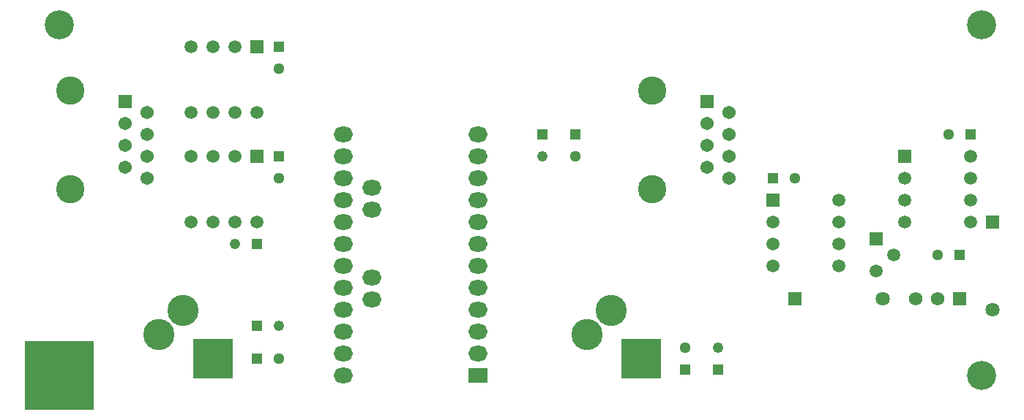
<source format=gts>
%TF.GenerationSoftware,KiCad,Pcbnew,(5.0.0-rc2-100-g6d77e594b)*%
%TF.CreationDate,2018-06-08T00:04:51-04:00*%
%TF.ProjectId,Logic&Oscillator,4C6F676963264F7363696C6C61746F72,1.0.2*%
%TF.SameCoordinates,Original*%
%TF.FileFunction,Soldermask,Top*%
%TF.FilePolarity,Negative*%
%FSLAX46Y46*%
G04 Gerber Fmt 4.6, Leading zero omitted, Abs format (unit mm)*
G04 Created by KiCad (PCBNEW (5.0.0-rc2-100-g6d77e594b)) date 06/08/18 00:04:51*
%MOMM*%
%LPD*%
G01*
G04 APERTURE LIST*
%ADD10C,1.221600*%
%ADD11R,1.221600X1.221600*%
%ADD12C,1.561600*%
%ADD13R,1.561600X1.561600*%
%ADD14C,1.511600*%
%ADD15R,1.511600X1.511600*%
%ADD16C,1.501600*%
%ADD17R,1.501600X1.501600*%
%ADD18C,1.300480*%
%ADD19R,1.221740X1.221740*%
%ADD20C,3.601600*%
%ADD21R,4.601600X4.601600*%
%ADD22C,3.271600*%
%ADD23C,1.541600*%
%ADD24R,1.541600X1.541600*%
%ADD25C,3.361600*%
%ADD26R,0.863600X0.863600*%
%ADD27R,8.041600X8.041600*%
%ADD28R,1.631600X1.631600*%
%ADD29C,1.631600*%
%ADD30R,1.209040X1.209040*%
%ADD31C,1.209040*%
%ADD32R,2.221600X1.801600*%
%ADD33O,2.221600X1.801600*%
G04 APERTURE END LIST*
D10*
%TO.C,C3*%
X106695390Y-116210270D03*
D11*
X104155390Y-116210270D03*
%TD*%
D10*
%TO.C,C6*%
X157495390Y-118750270D03*
D11*
X157495390Y-121290270D03*
%TD*%
D10*
%TO.C,C8*%
X137175390Y-96525270D03*
D11*
X137175390Y-93985270D03*
%TD*%
D12*
%TO.C,R2*%
X180355390Y-113035270D03*
X182895390Y-113035270D03*
D13*
X185435390Y-113035270D03*
%TD*%
D14*
%TO.C,Q1*%
X175745140Y-109796770D03*
X177815390Y-107955270D03*
D15*
X175745140Y-106113770D03*
%TD*%
D16*
%TO.C,U1*%
X186705390Y-96520000D03*
X186705390Y-99060000D03*
X186705390Y-101600000D03*
X186705390Y-104140000D03*
X179085390Y-104140000D03*
X179085390Y-101600000D03*
X179085390Y-99060000D03*
D17*
X179085390Y-96520000D03*
%TD*%
D16*
%TO.C,U3*%
X171465390Y-101605270D03*
X171465390Y-104145270D03*
X171465390Y-106685270D03*
X171465390Y-109225270D03*
X163845390Y-109225270D03*
X163845390Y-106685270D03*
X163845390Y-104145270D03*
D17*
X163845390Y-101605270D03*
%TD*%
D16*
%TO.C,U4*%
X104155390Y-91445270D03*
X101615390Y-91445270D03*
X99075390Y-91445270D03*
X96535390Y-91445270D03*
X96535390Y-83825270D03*
X99075390Y-83825270D03*
X101615390Y-83825270D03*
D17*
X104155390Y-83825270D03*
%TD*%
D16*
%TO.C,U5*%
X104155390Y-104145270D03*
X101615390Y-104145270D03*
X99075390Y-104145270D03*
X96535390Y-104145270D03*
X96535390Y-96525270D03*
X99075390Y-96525270D03*
X101615390Y-96525270D03*
D17*
X104155390Y-96525270D03*
%TD*%
D18*
%TO.C,C1*%
X184165390Y-93985270D03*
D19*
X186705390Y-93985270D03*
%TD*%
D18*
%TO.C,C2*%
X182895390Y-107955270D03*
D19*
X185435390Y-107955270D03*
%TD*%
D18*
%TO.C,C4*%
X106695390Y-120020270D03*
D19*
X104155390Y-120020270D03*
%TD*%
D18*
%TO.C,C5*%
X153685390Y-118750270D03*
D19*
X153685390Y-121290270D03*
%TD*%
D18*
%TO.C,C7*%
X140985390Y-96525270D03*
D19*
X140985390Y-93985270D03*
%TD*%
D18*
%TO.C,C9*%
X166385390Y-99065270D03*
D19*
X163845390Y-99065270D03*
%TD*%
D18*
%TO.C,C10*%
X106695390Y-86365270D03*
D19*
X106695390Y-83825270D03*
%TD*%
D18*
%TO.C,C11*%
X106695390Y-99065270D03*
D19*
X106695390Y-96525270D03*
%TD*%
D20*
%TO.C,J1*%
X92775390Y-117220270D03*
X95575390Y-114420270D03*
D21*
X99075390Y-120020270D03*
%TD*%
D20*
%TO.C,J2*%
X142305390Y-117220270D03*
X145105390Y-114420270D03*
D21*
X148605390Y-120020270D03*
%TD*%
D22*
%TO.C,J3*%
X149875390Y-88910270D03*
X149875390Y-100340270D03*
D23*
X158765390Y-99065270D03*
X156225390Y-97795270D03*
X158765390Y-96525270D03*
X156225390Y-95255270D03*
X158765390Y-93985270D03*
X156225390Y-92715270D03*
X158765390Y-91445270D03*
D24*
X156225390Y-90175270D03*
%TD*%
D22*
%TO.C,J4*%
X82565390Y-88910270D03*
X82565390Y-100340270D03*
D23*
X91455390Y-99065270D03*
X88915390Y-97795270D03*
X91455390Y-96525270D03*
X88915390Y-95255270D03*
X91455390Y-93985270D03*
X88915390Y-92715270D03*
X91455390Y-91445270D03*
D24*
X88915390Y-90175270D03*
%TD*%
D25*
%TO.C,MH2*%
X187960000Y-121920000D03*
%TD*%
%TO.C,MH3*%
X187960000Y-81280000D03*
%TD*%
%TO.C,MH4*%
X81280000Y-81280000D03*
%TD*%
D26*
%TO.C,MH1*%
X84836000Y-118364000D03*
X84836000Y-121920000D03*
X84836000Y-125476000D03*
X81280000Y-125476000D03*
X77724000Y-125476000D03*
X77724000Y-121920000D03*
X77724000Y-118364000D03*
X81280000Y-118364000D03*
D27*
X81280000Y-121920000D03*
%TD*%
D28*
%TO.C,R1*%
X189245390Y-104145270D03*
D29*
X189245390Y-114305270D03*
%TD*%
D28*
%TO.C,R3*%
X166385390Y-113035270D03*
D29*
X176545390Y-113035270D03*
%TD*%
D30*
%TO.C,R4*%
X104155390Y-106685270D03*
D31*
X101615390Y-106685270D03*
%TD*%
D32*
%TO.C,U2*%
X129765390Y-121925270D03*
D33*
X129765390Y-119385270D03*
X129765390Y-116845270D03*
X129765390Y-114305270D03*
X129765390Y-111765270D03*
X129765390Y-109225270D03*
X129765390Y-106685270D03*
X129765390Y-104145270D03*
X129765390Y-101605270D03*
X129765390Y-99065270D03*
X129765390Y-96525270D03*
X129765390Y-93985270D03*
X114105390Y-93985270D03*
X114105390Y-96525270D03*
X114105390Y-99065270D03*
X114105390Y-101605270D03*
X114105390Y-104145270D03*
X114105390Y-106685270D03*
X114105390Y-109225270D03*
X114105390Y-111765270D03*
X114105390Y-114305270D03*
X114105390Y-116845270D03*
X114105390Y-119385270D03*
X114105390Y-121925270D03*
X117446390Y-110622270D03*
X117446390Y-113162270D03*
X117446390Y-100157470D03*
X117446390Y-102697470D03*
%TD*%
M02*

</source>
